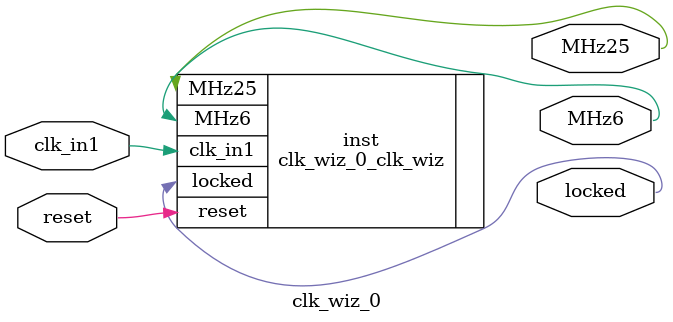
<source format=v>


`timescale 1ps/1ps

(* CORE_GENERATION_INFO = "clk_wiz_0,clk_wiz_v5_3_3_0,{component_name=clk_wiz_0,use_phase_alignment=true,use_min_o_jitter=false,use_max_i_jitter=false,use_dyn_phase_shift=false,use_inclk_switchover=false,use_dyn_reconfig=false,enable_axi=0,feedback_source=FDBK_AUTO,PRIMITIVE=MMCM,num_out_clk=2,clkin1_period=10.0,clkin2_period=10.0,use_power_down=false,use_reset=true,use_locked=true,use_inclk_stopped=false,feedback_type=SINGLE,CLOCK_MGR_TYPE=NA,manual_override=false}" *)

module clk_wiz_0 
 (
  // Clock out ports
  output        MHz25,
  output        MHz6,
  // Status and control signals
  input         reset,
  output        locked,
 // Clock in ports
  input         clk_in1
 );

  clk_wiz_0_clk_wiz inst
  (
  // Clock out ports  
  .MHz25(MHz25),
  .MHz6(MHz6),
  // Status and control signals               
  .reset(reset), 
  .locked(locked),
 // Clock in ports
  .clk_in1(clk_in1)
  );

endmodule

</source>
